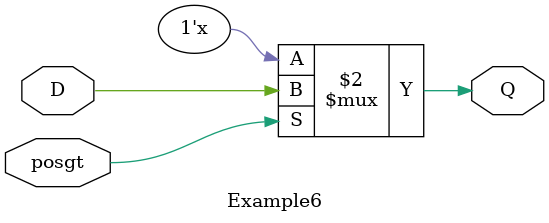
<source format=v>
`timescale 1ns / 1ps

module Example6(Q, D, posgt);
output Q;
input D, posgt;
reg Q;
always@(D or posgt)
begin
if(posgt)
Q <= D;
end
endmodule

</source>
